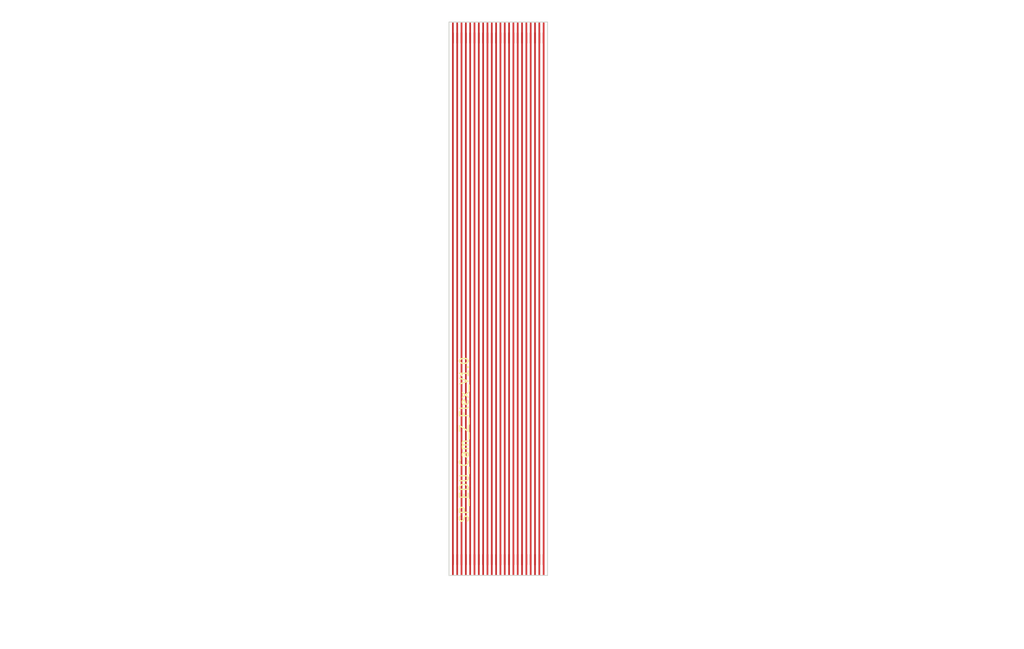
<source format=kicad_pcb>
(kicad_pcb (version 20240108) (generator "pcbnew") (generator_version "8.0")
  (layers (0 "F.Cu" signal) (31 "B.Cu" signal) (34 "B.Paste" user) (35 "F.Paste" user) (36 "B.SilkS" user "B.Silkscreen") (37 "F.SilkS" user "F.Silkscreen") (38 "B.Mask" user) (39 "F.Mask" user) (44 "Edge.Cuts" user))
  (net 0 "")
  (net 1 "1")
  (net 2 "2")
  (net 3 "3")
  (net 4 "4")
  (net 5 "5")
  (net 6 "6")
  (net 7 "7")
  (net 8 "8")
  (net 9 "9")
  (net 10 "10")
  (net 11 "11")
  (net 12 "12")
  (net 13 "13")
  (net 14 "14")
  (net 15 "15")
  (net 16 "16")
  (net 17 "17")
  (net 18 "18")
  (net 19 "19")
  (net 20 "20")
  (net 21 "21")
  (net 22 "22")
  (footprint "STS_connector:flex_con_edu" (layer "F.Cu") (at 130 136.1)
    (property "Reference" "J2" (hide yes))
    (property "Value" "Conn_01x22_Male")
    (pad "1" smd rect (at 0.45 -3.35) (size 0.2 2.4) (layers "F.Cu" "F.Paste" "F.Mask") (net 1 "1"))
    (pad "2" smd rect (at 0.95 -3.35) (size 0.2 2.4) (layers "F.Cu" "F.Paste" "F.Mask") (net 2 "2"))
    (pad "3" smd rect (at 1.45 -3.35) (size 0.2 2.4) (layers "F.Cu" "F.Paste" "F.Mask") (net 3 "3"))
    (pad "4" smd rect (at 1.95 -3.35) (size 0.2 2.4) (layers "F.Cu" "F.Paste" "F.Mask") (net 4 "4"))
    (pad "5" smd rect (at 2.45 -3.35) (size 0.2 2.4) (layers "F.Cu" "F.Paste" "F.Mask") (net 5 "5"))
    (pad "6" smd rect (at 2.95 -3.35) (size 0.2 2.4) (layers "F.Cu" "F.Paste" "F.Mask") (net 6 "6"))
    (pad "7" smd rect (at 3.45 -3.35) (size 0.2 2.4) (layers "F.Cu" "F.Paste" "F.Mask") (net 7 "7"))
    (pad "8" smd rect (at 3.95 -3.35) (size 0.2 2.4) (layers "F.Cu" "F.Paste" "F.Mask") (net 8 "8"))
    (pad "9" smd rect (at 4.45 -3.35) (size 0.2 2.4) (layers "F.Cu" "F.Paste" "F.Mask") (net 9 "9"))
    (pad "10" smd rect (at 4.95 -3.35) (size 0.2 2.4) (layers "F.Cu" "F.Paste" "F.Mask") (net 10 "10"))
    (pad "11" smd rect (at 5.45 -3.35) (size 0.2 2.4) (layers "F.Cu" "F.Paste" "F.Mask") (net 11 "11"))
    (pad "12" smd rect (at 5.95 -3.35) (size 0.2 2.4) (layers "F.Cu" "F.Paste" "F.Mask") (net 12 "12"))
    (pad "13" smd rect (at 6.45 -3.35) (size 0.2 2.4) (layers "F.Cu" "F.Paste" "F.Mask") (net 13 "13"))
    (pad "14" smd rect (at 6.95 -3.35) (size 0.2 2.4) (layers "F.Cu" "F.Paste" "F.Mask") (net 14 "14"))
    (pad "15" smd rect (at 7.45 -3.35) (size 0.2 2.4) (layers "F.Cu" "F.Paste" "F.Mask") (net 15 "15"))
    (pad "16" smd rect (at 7.95 -3.35) (size 0.2 2.4) (layers "F.Cu" "F.Paste" "F.Mask") (net 16 "16"))
    (pad "17" smd rect (at 8.45 -3.35) (size 0.2 2.4) (layers "F.Cu" "F.Paste" "F.Mask") (net 17 "17"))
    (pad "18" smd rect (at 8.95 -3.35) (size 0.2 2.4) (layers "F.Cu" "F.Paste" "F.Mask") (net 18 "18"))
    (pad "19" smd rect (at 9.45 -3.35) (size 0.2 2.4) (layers "F.Cu" "F.Paste" "F.Mask") (net 19 "19"))
    (pad "20" smd rect (at 9.95 -3.35) (size 0.2 2.4) (layers "F.Cu" "F.Paste" "F.Mask") (net 20 "20"))
    (pad "21" smd rect (at 10.45 -3.35) (size 0.2 2.4) (layers "F.Cu" "F.Paste" "F.Mask") (net 21 "21"))
    (pad "22" smd rect (at 10.95 -3.35) (size 0.2 2.4) (layers "F.Cu" "F.Paste" "F.Mask") (net 22 "22"))
  )
  (footprint "STS_connector:flex_con_edu" (layer "F.Cu") (at 130 74.6)
    (property "Reference" "J1" (hide yes))
    (property "Value" "Conn_01x22_Male")
    (pad "1" smd rect (at 0.45 -3.35) (size 0.2 2.4) (layers "F.Cu" "F.Paste" "F.Mask") (net 1 "1"))
    (pad "2" smd rect (at 0.95 -3.35) (size 0.2 2.4) (layers "F.Cu" "F.Paste" "F.Mask") (net 2 "2"))
    (pad "3" smd rect (at 1.45 -3.35) (size 0.2 2.4) (layers "F.Cu" "F.Paste" "F.Mask") (net 3 "3"))
    (pad "4" smd rect (at 1.95 -3.35) (size 0.2 2.4) (layers "F.Cu" "F.Paste" "F.Mask") (net 4 "4"))
    (pad "5" smd rect (at 2.45 -3.35) (size 0.2 2.4) (layers "F.Cu" "F.Paste" "F.Mask") (net 5 "5"))
    (pad "6" smd rect (at 2.95 -3.35) (size 0.2 2.4) (layers "F.Cu" "F.Paste" "F.Mask") (net 6 "6"))
    (pad "7" smd rect (at 3.45 -3.35) (size 0.2 2.4) (layers "F.Cu" "F.Paste" "F.Mask") (net 7 "7"))
    (pad "8" smd rect (at 3.95 -3.35) (size 0.2 2.4) (layers "F.Cu" "F.Paste" "F.Mask") (net 8 "8"))
    (pad "9" smd rect (at 4.45 -3.35) (size 0.2 2.4) (layers "F.Cu" "F.Paste" "F.Mask") (net 9 "9"))
    (pad "10" smd rect (at 4.95 -3.35) (size 0.2 2.4) (layers "F.Cu" "F.Paste" "F.Mask") (net 10 "10"))
    (pad "11" smd rect (at 5.45 -3.35) (size 0.2 2.4) (layers "F.Cu" "F.Paste" "F.Mask") (net 11 "11"))
    (pad "12" smd rect (at 5.95 -3.35) (size 0.2 2.4) (layers "F.Cu" "F.Paste" "F.Mask") (net 12 "12"))
    (pad "13" smd rect (at 6.45 -3.35) (size 0.2 2.4) (layers "F.Cu" "F.Paste" "F.Mask") (net 13 "13"))
    (pad "14" smd rect (at 6.95 -3.35) (size 0.2 2.4) (layers "F.Cu" "F.Paste" "F.Mask") (net 14 "14"))
    (pad "15" smd rect (at 7.45 -3.35) (size 0.2 2.4) (layers "F.Cu" "F.Paste" "F.Mask") (net 15 "15"))
    (pad "16" smd rect (at 7.95 -3.35) (size 0.2 2.4) (layers "F.Cu" "F.Paste" "F.Mask") (net 16 "16"))
    (pad "17" smd rect (at 8.45 -3.35) (size 0.2 2.4) (layers "F.Cu" "F.Paste" "F.Mask") (net 17 "17"))
    (pad "18" smd rect (at 8.95 -3.35) (size 0.2 2.4) (layers "F.Cu" "F.Paste" "F.Mask") (net 18 "18"))
    (pad "19" smd rect (at 9.45 -3.35) (size 0.2 2.4) (layers "F.Cu" "F.Paste" "F.Mask") (net 19 "19"))
    (pad "20" smd rect (at 9.95 -3.35) (size 0.2 2.4) (layers "F.Cu" "F.Paste" "F.Mask") (net 20 "20"))
    (pad "21" smd rect (at 10.45 -3.35) (size 0.2 2.4) (layers "F.Cu" "F.Paste" "F.Mask") (net 21 "21"))
    (pad "22" smd rect (at 10.95 -3.35) (size 0.2 2.4) (layers "F.Cu" "F.Paste" "F.Mask") (net 22 "22"))
  )
  (gr_line (start 130 69.98) (end 141.4 69.98) (stroke (width 0.1)) (layer "Edge.Cuts"))
  (gr_line (start 141.4 134) (end 141.4 70) (stroke (width 0.1)) (layer "Edge.Cuts"))
  (gr_line (start 130 134) (end 130 70) (stroke (width 0.1)) (layer "Edge.Cuts"))
  (gr_line (start 130 134) (end 141.4 134) (stroke (width 0.1)) (layer "Edge.Cuts"))
  (gr_text "SP_EDU_Cam_Z_Flex_V1.0" (at 132.35 128 90) (layer "F.SilkS") (effects (font (size 1 1)) (justify left bottom)))
  (segment (start 130.45 71.25) (end 130.45 132.75) (width 0.2) (layer "F.Cu") (net 1))
  (segment (start 130.95 132.75) (end 130.95 71.25) (width 0.2) (layer "F.Cu") (net 2))
  (segment (start 131.45 71.25) (end 131.45 132.75) (width 0.2) (layer "F.Cu") (net 3))
  (segment (start 131.95 132.75) (end 131.95 71.25) (width 0.2) (layer "F.Cu") (net 4))
  (segment (start 132.45 71.25) (end 132.45 132.75) (width 0.2) (layer "F.Cu") (net 5))
  (segment (start 132.95 132.75) (end 132.95 71.25) (width 0.2) (layer "F.Cu") (net 6))
  (segment (start 133.45 71.25) (end 133.45 132.75) (width 0.2) (layer "F.Cu") (net 7))
  (segment (start 133.95 132.75) (end 133.95 71.25) (width 0.2) (layer "F.Cu") (net 8))
  (segment (start 134.45 71.25) (end 134.45 132.75) (width 0.2) (layer "F.Cu") (net 9))
  (segment (start 134.95 132.75) (end 134.95 71.25) (width 0.2) (layer "F.Cu") (net 10))
  (segment (start 135.45 71.25) (end 135.45 132.75) (width 0.2) (layer "F.Cu") (net 11))
  (segment (start 135.95 132.75) (end 135.95 71.25) (width 0.2) (layer "F.Cu") (net 12))
  (segment (start 136.45 71.25) (end 136.45 132.75) (width 0.2) (layer "F.Cu") (net 13))
  (segment (start 136.95 132.75) (end 136.95 71.25) (width 0.2) (layer "F.Cu") (net 14))
  (segment (start 137.45 71.25) (end 137.45 132.75) (width 0.2) (layer "F.Cu") (net 15))
  (segment (start 137.95 132.75) (end 137.95 71.25) (width 0.2) (layer "F.Cu") (net 16))
  (segment (start 138.45 71.25) (end 138.45 132.75) (width 0.2) (layer "F.Cu") (net 17))
  (segment (start 138.95 132.75) (end 138.95 71.25) (width 0.2) (layer "F.Cu") (net 18))
  (segment (start 139.45 71.25) (end 139.45 132.75) (width 0.2) (layer "F.Cu") (net 19))
  (segment (start 139.95 132.75) (end 139.95 71.25) (width 0.2) (layer "F.Cu") (net 20))
  (segment (start 140.45 71.25) (end 140.45 132.75) (width 0.2) (layer "F.Cu") (net 21))
  (segment (start 140.95 132.75) (end 140.95 71.25) (width 0.2) (layer "F.Cu") (net 22))
)
</source>
